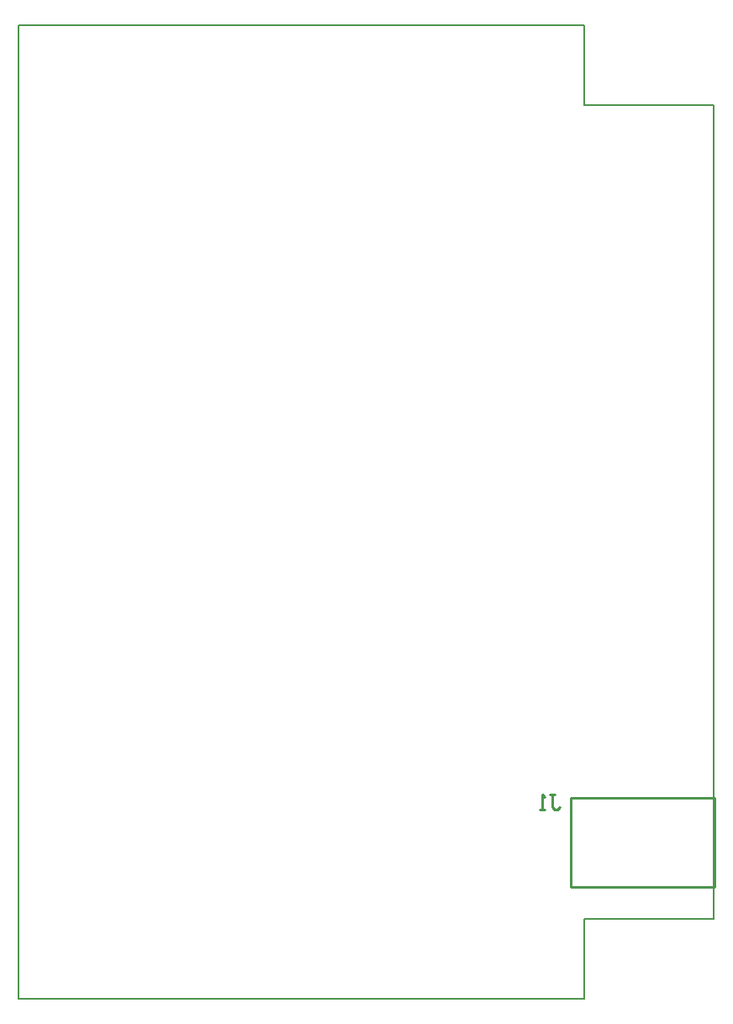
<source format=gbo>
%FSAX24Y24*%
%MOIN*%
G70*
G01*
G75*
G04 Layer_Color=32896*
%ADD10R,0.0787X0.0512*%
%ADD11R,0.0787X0.0787*%
%ADD12R,0.0433X0.0394*%
%ADD13R,0.0630X0.0118*%
%ADD14O,0.0217X0.0630*%
%ADD15O,0.0630X0.0217*%
%ADD16R,0.1358X0.0689*%
%ADD17R,0.0433X0.0689*%
%ADD18R,0.0433X0.0689*%
%ADD19R,0.0394X0.0433*%
%ADD20R,0.0630X0.0315*%
%ADD21R,0.1181X0.0827*%
%ADD22R,0.0709X0.0630*%
%ADD23C,0.0236*%
%ADD24C,0.0217*%
%ADD25C,0.0118*%
%ADD26C,0.0080*%
%ADD27C,0.0591*%
%ADD28R,0.0591X0.0591*%
%ADD29C,0.0665*%
%ADD30R,0.0665X0.0665*%
%ADD31C,0.1874*%
%ADD32C,0.1969*%
%ADD33C,0.0630*%
%ADD34C,0.2520*%
%ADD35C,0.1024*%
%ADD36C,0.0472*%
%ADD37C,0.0197*%
%ADD38C,0.0098*%
%ADD39C,0.0079*%
%ADD40C,0.0050*%
%ADD41C,0.0100*%
%ADD42C,0.0140*%
%ADD43C,0.0080*%
%ADD44C,0.0059*%
%ADD45R,0.0867X0.0592*%
%ADD46R,0.0867X0.0867*%
%ADD47R,0.0513X0.0474*%
%ADD48R,0.0710X0.0198*%
%ADD49O,0.0297X0.0710*%
%ADD50O,0.0710X0.0297*%
%ADD51R,0.1438X0.0769*%
%ADD52R,0.0513X0.0769*%
%ADD53R,0.0513X0.0769*%
%ADD54R,0.0474X0.0513*%
%ADD55R,0.0710X0.0395*%
%ADD56R,0.1261X0.0907*%
%ADD57R,0.0789X0.0710*%
%ADD58C,0.0671*%
%ADD59R,0.0671X0.0671*%
%ADD60C,0.0745*%
%ADD61R,0.0745X0.0745*%
%ADD62C,0.1954*%
%ADD63C,0.2049*%
%ADD64C,0.0710*%
%ADD65C,0.2600*%
%ADD66C,0.1104*%
%ADD67C,0.0552*%
D26*
X072638Y095433D02*
Y098583D01*
Y095433D02*
X077756D01*
X072638Y063150D02*
X077756D01*
X072638Y060000D02*
Y063150D01*
X050197Y060000D02*
Y098583D01*
X077756Y063150D02*
Y095433D01*
X050197Y098583D02*
X072638D01*
X050197Y060000D02*
X072638D01*
D41*
X077791Y064421D02*
Y067965D01*
X072083D02*
X077791D01*
X072083Y064421D02*
X077791D01*
X072083D02*
Y067965D01*
X071254Y068080D02*
X071454D01*
X071354D01*
Y067580D01*
X071454Y067480D01*
X071554D01*
X071654Y067580D01*
X071054Y067480D02*
X070854D01*
X070954D01*
Y068080D01*
X071054Y067980D01*
M02*

</source>
